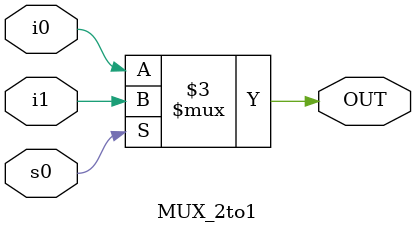
<source format=v>
module mux_32to1_with_2to1(OUT,inp,sel);
input [31:0] inp;
input [4:0] sel;
output OUT;
wire [15:0] y;
wire [7:0] x;
wire [3:0] m;
wire l0,l1;
MUX_2to1 m0(y[0],inp[1],inp[0],sel[0]);
MUX_2to1 m1(y[1],inp[3],inp[2],sel[0]);
MUX_2to1 m2(y[2],inp[5],inp[4],sel[0]);
MUX_2to1 m3(y[3],inp[7],inp[6],sel[0]);
MUX_2to1 m4(y[4],inp[9],inp[8],sel[0]);
MUX_2to1 m5(y[5],inp[11],inp[10],sel[0]);
MUX_2to1 m6(y[6],inp[13],inp[12],sel[0]);
MUX_2to1 m7(y[7],inp[15],inp[14],sel[0]);
MUX_2to1 m8(y[8],inp[17],inp[16],sel[0]);
MUX_2to1 m9(y[9],inp[19],inp[18],sel[0]);
MUX_2to1 m10(y[10],inp[21],inp[20],sel[0]);
MUX_2to1 m11(y[11],inp[23],inp[22],sel[0]);
MUX_2to1 m12(y[12],inp[25],inp[24],sel[0]);
MUX_2to1 m13(y[13],inp[27],inp[26],sel[0]);
MUX_2to1 m14(y[14],inp[29],inp[28],sel[0]);
MUX_2to1 m15(y[15],inp[31],inp[30],sel[0]);
MUX_2to1 m16(x[0],y[1],y[0],sel[1]);
MUX_2to1 m17(x[1],y[3],y[2],sel[1]);
MUX_2to1 m18(x[2],y[5],y[4],sel[1]);
MUX_2to1 m19(x[3],y[7],y[6],sel[1]);
MUX_2to1 m20(x[4],y[9],y[8],sel[1]);
MUX_2to1 m21(x[5],y[11],y[10],sel[1]);
MUX_2to1 m22(x[6],y[13],y[12],sel[1]);
MUX_2to1 m23(x[7],y[15],y[14],sel[1]);
MUX_2to1 m24(m[0],x[1],x[0],sel[2]);
MUX_2to1 m25(m[1],x[3],x[2],sel[2]);
MUX_2to1 m26(m[2],x[5],x[4],sel[2]);
MUX_2to1 m27(m[3],x[7],x[6],sel[2]);
MUX_2to1 m28(l0,m[1],m[0],sel[3]);
MUX_2to1 m29(l1,m[3],m[2],sel[3]);
MUX_2to1 m30(OUT,l1,l0,sel[4]);
endmodule


//module instantiated
module MUX_2to1(OUT,i0,i1,s0); 
input i0, i1, s0;
output OUT; 
reg OUT; 
always@(s0 or i0 or i1)
begin
if(s0) 
OUT = i1;  
else
OUT = i0;
end
endmodule

</source>
